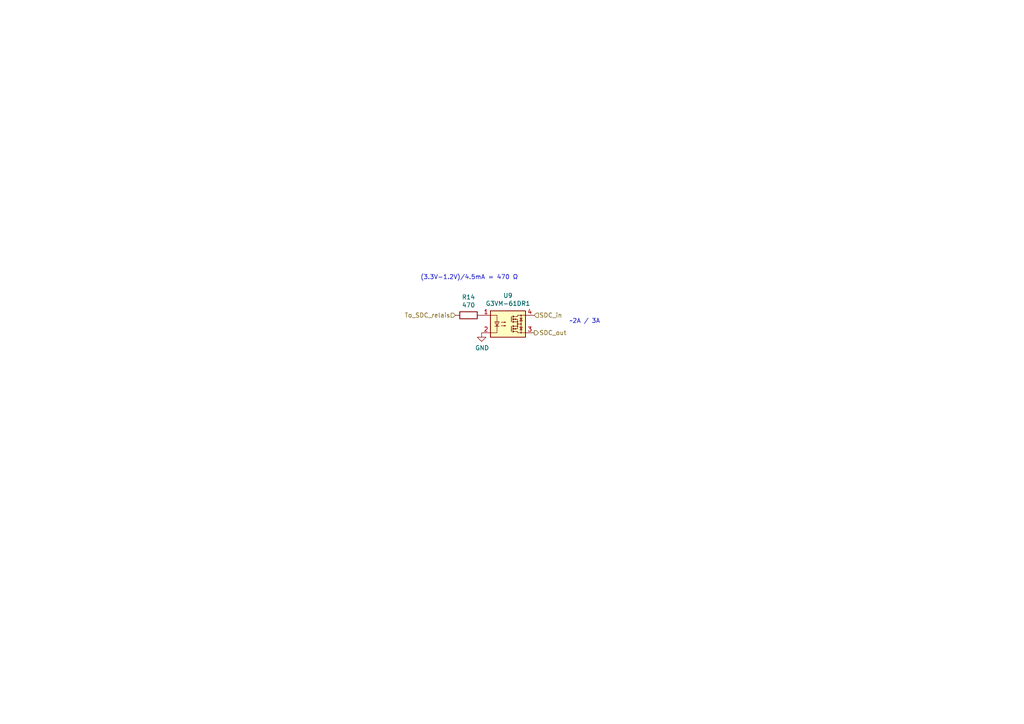
<source format=kicad_sch>
(kicad_sch (version 20230121) (generator eeschema)
  (paper "A4")
  (title_block (title "SDCL - SDC  Relay") (date "2021-12-16") (rev "v1.0") (company "FaSTTUBe - Formula Student Team TU Berlin") (comment 1 "Car 113") (comment 2 "EBS Electronics") (comment 3 "Solid-State relay switching the SDC right before TSMS"))
  (lib_symbols
    (symbol "Device:R" (pin_numbers hide) (pin_names (offset 0))
      (property "Reference" "R" (at 2.032 0 90))
      (property "Value" "R" (at 0 0 90))
      (symbol "R_0_1"
        (rectangle (start -1.016 -2.54) (end 1.016 2.54) (stroke (width 0.254)))
      )
      (symbol "R_1_1"
        (pin passive line (at 0 3.81 270) (length 1.27) (name "~") (number "1"))
        (pin passive line (at 0 -3.81 90) (length 1.27) (name "~") (number "2"))
      )
    )
    (symbol "Relay_SolidState:CPC1017N"
      (property "Reference" "U" (at -5.08 5.08 0))
      (property "Value" "CPC1017N" (at 0 5.08 0))
      (symbol "CPC1017N_0_1"
        (rectangle (start -5.08 3.81) (end 5.08 -3.81) (stroke (width 0.254)) (fill (type background)))
        (polyline (pts (xy -3.81 -0.635) (xy -2.54 -0.635)))
        (polyline (pts (xy 1.016 -0.635) (xy 1.016 -2.159)) (stroke (width 0.2032)))
        (polyline (pts (xy 1.016 2.159) (xy 1.016 0.635)) (stroke (width 0.2032)))
        (polyline (pts (xy 1.524 -0.508) (xy 1.524 -0.762)) (stroke (width 0.3556)))
        (polyline (pts (xy 2.794 0) (xy 3.81 0)))
        (polyline (pts (xy 3.429 -1.651) (xy 4.191 -1.651)))
        (polyline (pts (xy 3.429 1.651) (xy 4.191 1.651)))
        (polyline (pts (xy 3.81 -2.54) (xy 3.81 2.54)))
        (polyline (pts (xy 1.524 -2.032) (xy 1.524 -2.286) (xy 1.524 -2.286)) (stroke (width 0.3556)))
        (polyline (pts (xy 1.524 -1.27) (xy 1.524 -1.524) (xy 1.524 -1.524)) (stroke (width 0.3556)))
        (polyline (pts (xy 1.524 0.762) (xy 1.524 0.508) (xy 1.524 0.508)) (stroke (width 0.3556)))
        (polyline (pts (xy 1.524 1.524) (xy 1.524 1.27) (xy 1.524 1.27)) (stroke (width 0.3556)))
        (polyline (pts (xy 1.524 2.286) (xy 1.524 2.032) (xy 1.524 2.032)) (stroke (width 0.3556)))
        (polyline (pts (xy 1.651 -1.397) (xy 2.794 -1.397) (xy 2.794 -0.635)))
        (polyline (pts (xy 1.651 1.397) (xy 2.794 1.397) (xy 2.794 0.635)))
        (polyline (pts (xy -5.08 2.54) (xy -3.175 2.54) (xy -3.175 -2.54) (xy -5.08 -2.54)))
        (polyline (pts (xy -3.175 -0.635) (xy -3.81 0.635) (xy -2.54 0.635) (xy -3.175 -0.635)))
        (polyline (pts (xy 1.651 -2.159) (xy 2.794 -2.159) (xy 2.794 -2.54) (xy 5.08 -2.54)))
        (polyline (pts (xy 1.651 -0.635) (xy 2.794 -0.635) (xy 2.794 0.635) (xy 1.651 0.635)))
        (polyline (pts (xy 1.651 2.159) (xy 2.794 2.159) (xy 2.794 2.54) (xy 5.08 2.54)))
        (polyline (pts (xy 1.778 -1.397) (xy 2.286 -1.27) (xy 2.286 -1.524) (xy 1.778 -1.397)))
        (polyline (pts (xy 1.778 1.397) (xy 2.286 1.524) (xy 2.286 1.27) (xy 1.778 1.397)))
        (polyline (pts (xy 3.81 -1.651) (xy 3.429 -0.889) (xy 4.191 -0.889) (xy 3.81 -1.651)))
        (polyline (pts (xy 3.81 1.651) (xy 3.429 0.889) (xy 4.191 0.889) (xy 3.81 1.651)))
        (polyline (pts (xy -1.905 -0.508) (xy -0.635 -0.508) (xy -1.016 -0.635) (xy -1.016 -0.381) (xy -0.635 -0.508)))
        (polyline (pts (xy -1.905 0.508) (xy -0.635 0.508) (xy -1.016 0.381) (xy -1.016 0.635) (xy -0.635 0.508)))
        (circle (center 2.794 -0.635) (radius 0.127))
        (circle (center 2.794 0) (radius 0.127))
        (circle (center 2.794 0.635) (radius 0.127))
        (circle (center 3.81 -2.54) (radius 0.127))
        (circle (center 3.81 0) (radius 0.127))
        (circle (center 3.81 2.54) (radius 0.127))
      )
      (symbol "CPC1017N_1_1"
        (pin passive line (at -7.62 2.54 0) (length 2.54) (name "~") (number "1"))
        (pin passive line (at -7.62 -2.54 0) (length 2.54) (name "~") (number "2"))
        (pin passive line (at 7.62 -2.54 180) (length 2.54) (name "~") (number "3"))
        (pin passive line (at 7.62 2.54 180) (length 2.54) (name "~") (number "4"))
      )
    )
    (symbol "power:GND" (power) (pin_names (offset 0))
      (property "Value" "GND" (at 0 -3.81 0))
      (symbol "GND_0_1"
        (polyline (pts (xy 0 0) (xy 0 -1.27) (xy 1.27 -1.27) (xy 0 -2.54) (xy -1.27 -1.27) (xy 0 -1.27)))
      )
      (symbol "GND_1_1"
        (pin power_in line (at 0 0 270) (length 0) hide (name "GND") (number "1"))
      )
    )
  )
  (text "~2A / 3A" (at 165.1 93.98 0) (effects (font (size 1.27 1.27)) (justify left bottom)))
  (text "(3.3V−1.2V)/4.5mA = 470 Ω" (at 121.92 81.28 0) (effects (font (size 1.27 1.27)) (justify left bottom)))
  (hierarchical_label "To_SDC_relais" (shape input) (at 132.08 91.44 180))
  (hierarchical_label "SDC_out" (shape output) (at 154.94 96.52 0))
  (hierarchical_label "SDC_in" (shape input) (at 154.94 91.44 0))
  (symbol (lib_id "power:GND") (at 139.7 96.52 0) (unit 1)
    (property "Reference" "#PWR0149" (effects hide))
    (property "Value" "GND" (at 139.827 100.9142 0))
  )
  (symbol (lib_id "Relay_SolidState:CPC1017N") (at 147.32 93.98 0) (unit 1)
    (property "Reference" "U9" (at 147.32 85.725 0))
    (property "Value" "G3VM-61DR1" (at 147.32 88.0364 0))
    (property "Footprint" "Package_DIP:DIP-4_W7.62mm_SMDSocket_SmallPads" (effects hide))
    (property "Datasheet" "https://www.mouser.de/datasheet/2/307/en-3gvm_ar_dr-1771733.pdf" (effects hide))
  )
  (symbol (lib_id "Device:R") (at 135.89 91.44 90) (unit 1)
    (property "Reference" "R14" (at 135.89 86.1822 90))
    (property "Value" "470" (at 135.89 88.4936 90))
    (property "Footprint" "Resistor_SMD:R_0603_1608Metric_Pad0.98x0.95mm_HandSolder" (effects hide))
  )
)
</source>
